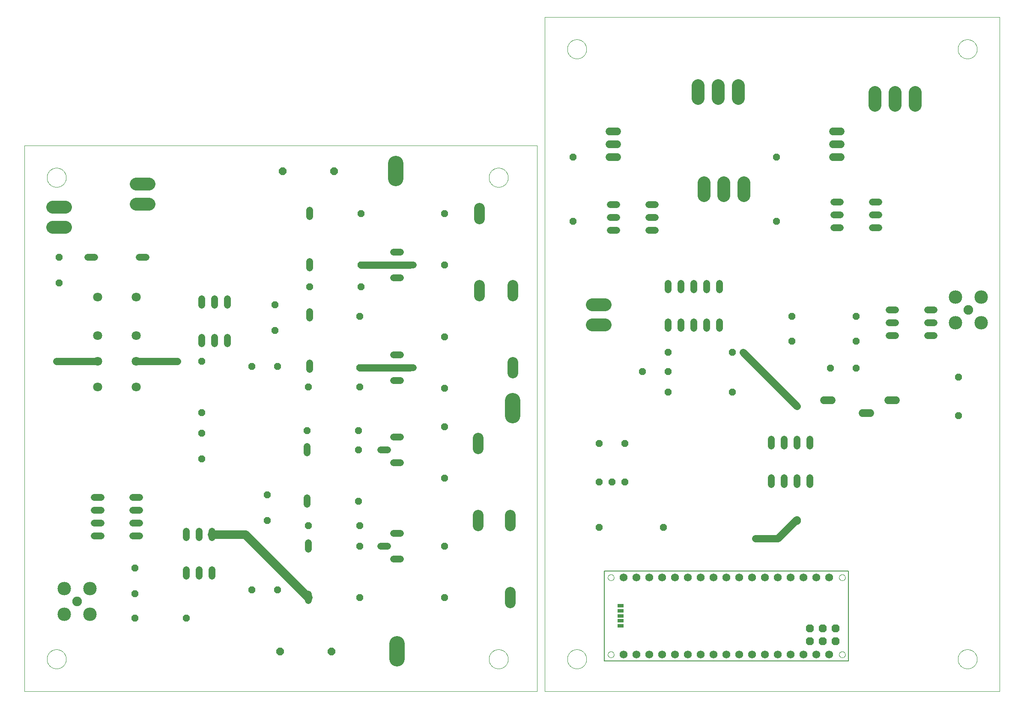
<source format=gtl>
G75*
%MOIN*%
%OFA0B0*%
%FSLAX25Y25*%
%IPPOS*%
%LPD*%
%AMOC8*
5,1,8,0,0,1.08239X$1,22.5*
%
%ADD10C,0.00000*%
%ADD11C,0.10039*%
%ADD12C,0.07500*%
%ADD13C,0.10500*%
%ADD14C,0.11850*%
%ADD15OC8,0.05200*%
%ADD16C,0.05200*%
%ADD17C,0.07087*%
%ADD18C,0.08250*%
%ADD19OC8,0.06000*%
%ADD20C,0.06200*%
%ADD21C,0.00500*%
%ADD22R,0.05000X0.02500*%
%ADD23OC8,0.06200*%
%ADD24OC8,0.05600*%
%ADD25C,0.06000*%
%ADD26C,0.05600*%
%ADD27R,0.03962X0.03962*%
%ADD28C,0.06600*%
D10*
X0001000Y0001800D02*
X0001000Y0426800D01*
X0400000Y0426800D01*
X0400000Y0001800D01*
X0001000Y0001800D01*
X0018525Y0026800D02*
X0018527Y0026983D01*
X0018534Y0027167D01*
X0018545Y0027350D01*
X0018561Y0027533D01*
X0018581Y0027715D01*
X0018606Y0027897D01*
X0018635Y0028078D01*
X0018669Y0028258D01*
X0018707Y0028438D01*
X0018749Y0028616D01*
X0018796Y0028794D01*
X0018847Y0028970D01*
X0018902Y0029145D01*
X0018962Y0029318D01*
X0019026Y0029490D01*
X0019094Y0029661D01*
X0019166Y0029829D01*
X0019243Y0029996D01*
X0019323Y0030161D01*
X0019408Y0030324D01*
X0019496Y0030484D01*
X0019588Y0030643D01*
X0019685Y0030799D01*
X0019785Y0030953D01*
X0019889Y0031104D01*
X0019996Y0031253D01*
X0020107Y0031399D01*
X0020222Y0031542D01*
X0020340Y0031682D01*
X0020461Y0031820D01*
X0020586Y0031954D01*
X0020714Y0032086D01*
X0020846Y0032214D01*
X0020980Y0032339D01*
X0021118Y0032460D01*
X0021258Y0032578D01*
X0021401Y0032693D01*
X0021547Y0032804D01*
X0021696Y0032911D01*
X0021847Y0033015D01*
X0022001Y0033115D01*
X0022157Y0033212D01*
X0022316Y0033304D01*
X0022476Y0033392D01*
X0022639Y0033477D01*
X0022804Y0033557D01*
X0022971Y0033634D01*
X0023139Y0033706D01*
X0023310Y0033774D01*
X0023482Y0033838D01*
X0023655Y0033898D01*
X0023830Y0033953D01*
X0024006Y0034004D01*
X0024184Y0034051D01*
X0024362Y0034093D01*
X0024542Y0034131D01*
X0024722Y0034165D01*
X0024903Y0034194D01*
X0025085Y0034219D01*
X0025267Y0034239D01*
X0025450Y0034255D01*
X0025633Y0034266D01*
X0025817Y0034273D01*
X0026000Y0034275D01*
X0026183Y0034273D01*
X0026367Y0034266D01*
X0026550Y0034255D01*
X0026733Y0034239D01*
X0026915Y0034219D01*
X0027097Y0034194D01*
X0027278Y0034165D01*
X0027458Y0034131D01*
X0027638Y0034093D01*
X0027816Y0034051D01*
X0027994Y0034004D01*
X0028170Y0033953D01*
X0028345Y0033898D01*
X0028518Y0033838D01*
X0028690Y0033774D01*
X0028861Y0033706D01*
X0029029Y0033634D01*
X0029196Y0033557D01*
X0029361Y0033477D01*
X0029524Y0033392D01*
X0029684Y0033304D01*
X0029843Y0033212D01*
X0029999Y0033115D01*
X0030153Y0033015D01*
X0030304Y0032911D01*
X0030453Y0032804D01*
X0030599Y0032693D01*
X0030742Y0032578D01*
X0030882Y0032460D01*
X0031020Y0032339D01*
X0031154Y0032214D01*
X0031286Y0032086D01*
X0031414Y0031954D01*
X0031539Y0031820D01*
X0031660Y0031682D01*
X0031778Y0031542D01*
X0031893Y0031399D01*
X0032004Y0031253D01*
X0032111Y0031104D01*
X0032215Y0030953D01*
X0032315Y0030799D01*
X0032412Y0030643D01*
X0032504Y0030484D01*
X0032592Y0030324D01*
X0032677Y0030161D01*
X0032757Y0029996D01*
X0032834Y0029829D01*
X0032906Y0029661D01*
X0032974Y0029490D01*
X0033038Y0029318D01*
X0033098Y0029145D01*
X0033153Y0028970D01*
X0033204Y0028794D01*
X0033251Y0028616D01*
X0033293Y0028438D01*
X0033331Y0028258D01*
X0033365Y0028078D01*
X0033394Y0027897D01*
X0033419Y0027715D01*
X0033439Y0027533D01*
X0033455Y0027350D01*
X0033466Y0027167D01*
X0033473Y0026983D01*
X0033475Y0026800D01*
X0033473Y0026617D01*
X0033466Y0026433D01*
X0033455Y0026250D01*
X0033439Y0026067D01*
X0033419Y0025885D01*
X0033394Y0025703D01*
X0033365Y0025522D01*
X0033331Y0025342D01*
X0033293Y0025162D01*
X0033251Y0024984D01*
X0033204Y0024806D01*
X0033153Y0024630D01*
X0033098Y0024455D01*
X0033038Y0024282D01*
X0032974Y0024110D01*
X0032906Y0023939D01*
X0032834Y0023771D01*
X0032757Y0023604D01*
X0032677Y0023439D01*
X0032592Y0023276D01*
X0032504Y0023116D01*
X0032412Y0022957D01*
X0032315Y0022801D01*
X0032215Y0022647D01*
X0032111Y0022496D01*
X0032004Y0022347D01*
X0031893Y0022201D01*
X0031778Y0022058D01*
X0031660Y0021918D01*
X0031539Y0021780D01*
X0031414Y0021646D01*
X0031286Y0021514D01*
X0031154Y0021386D01*
X0031020Y0021261D01*
X0030882Y0021140D01*
X0030742Y0021022D01*
X0030599Y0020907D01*
X0030453Y0020796D01*
X0030304Y0020689D01*
X0030153Y0020585D01*
X0029999Y0020485D01*
X0029843Y0020388D01*
X0029684Y0020296D01*
X0029524Y0020208D01*
X0029361Y0020123D01*
X0029196Y0020043D01*
X0029029Y0019966D01*
X0028861Y0019894D01*
X0028690Y0019826D01*
X0028518Y0019762D01*
X0028345Y0019702D01*
X0028170Y0019647D01*
X0027994Y0019596D01*
X0027816Y0019549D01*
X0027638Y0019507D01*
X0027458Y0019469D01*
X0027278Y0019435D01*
X0027097Y0019406D01*
X0026915Y0019381D01*
X0026733Y0019361D01*
X0026550Y0019345D01*
X0026367Y0019334D01*
X0026183Y0019327D01*
X0026000Y0019325D01*
X0025817Y0019327D01*
X0025633Y0019334D01*
X0025450Y0019345D01*
X0025267Y0019361D01*
X0025085Y0019381D01*
X0024903Y0019406D01*
X0024722Y0019435D01*
X0024542Y0019469D01*
X0024362Y0019507D01*
X0024184Y0019549D01*
X0024006Y0019596D01*
X0023830Y0019647D01*
X0023655Y0019702D01*
X0023482Y0019762D01*
X0023310Y0019826D01*
X0023139Y0019894D01*
X0022971Y0019966D01*
X0022804Y0020043D01*
X0022639Y0020123D01*
X0022476Y0020208D01*
X0022316Y0020296D01*
X0022157Y0020388D01*
X0022001Y0020485D01*
X0021847Y0020585D01*
X0021696Y0020689D01*
X0021547Y0020796D01*
X0021401Y0020907D01*
X0021258Y0021022D01*
X0021118Y0021140D01*
X0020980Y0021261D01*
X0020846Y0021386D01*
X0020714Y0021514D01*
X0020586Y0021646D01*
X0020461Y0021780D01*
X0020340Y0021918D01*
X0020222Y0022058D01*
X0020107Y0022201D01*
X0019996Y0022347D01*
X0019889Y0022496D01*
X0019785Y0022647D01*
X0019685Y0022801D01*
X0019588Y0022957D01*
X0019496Y0023116D01*
X0019408Y0023276D01*
X0019323Y0023439D01*
X0019243Y0023604D01*
X0019166Y0023771D01*
X0019094Y0023939D01*
X0019026Y0024110D01*
X0018962Y0024282D01*
X0018902Y0024455D01*
X0018847Y0024630D01*
X0018796Y0024806D01*
X0018749Y0024984D01*
X0018707Y0025162D01*
X0018669Y0025342D01*
X0018635Y0025522D01*
X0018606Y0025703D01*
X0018581Y0025885D01*
X0018561Y0026067D01*
X0018545Y0026250D01*
X0018534Y0026433D01*
X0018527Y0026617D01*
X0018525Y0026800D01*
X0362525Y0026800D02*
X0362527Y0026983D01*
X0362534Y0027167D01*
X0362545Y0027350D01*
X0362561Y0027533D01*
X0362581Y0027715D01*
X0362606Y0027897D01*
X0362635Y0028078D01*
X0362669Y0028258D01*
X0362707Y0028438D01*
X0362749Y0028616D01*
X0362796Y0028794D01*
X0362847Y0028970D01*
X0362902Y0029145D01*
X0362962Y0029318D01*
X0363026Y0029490D01*
X0363094Y0029661D01*
X0363166Y0029829D01*
X0363243Y0029996D01*
X0363323Y0030161D01*
X0363408Y0030324D01*
X0363496Y0030484D01*
X0363588Y0030643D01*
X0363685Y0030799D01*
X0363785Y0030953D01*
X0363889Y0031104D01*
X0363996Y0031253D01*
X0364107Y0031399D01*
X0364222Y0031542D01*
X0364340Y0031682D01*
X0364461Y0031820D01*
X0364586Y0031954D01*
X0364714Y0032086D01*
X0364846Y0032214D01*
X0364980Y0032339D01*
X0365118Y0032460D01*
X0365258Y0032578D01*
X0365401Y0032693D01*
X0365547Y0032804D01*
X0365696Y0032911D01*
X0365847Y0033015D01*
X0366001Y0033115D01*
X0366157Y0033212D01*
X0366316Y0033304D01*
X0366476Y0033392D01*
X0366639Y0033477D01*
X0366804Y0033557D01*
X0366971Y0033634D01*
X0367139Y0033706D01*
X0367310Y0033774D01*
X0367482Y0033838D01*
X0367655Y0033898D01*
X0367830Y0033953D01*
X0368006Y0034004D01*
X0368184Y0034051D01*
X0368362Y0034093D01*
X0368542Y0034131D01*
X0368722Y0034165D01*
X0368903Y0034194D01*
X0369085Y0034219D01*
X0369267Y0034239D01*
X0369450Y0034255D01*
X0369633Y0034266D01*
X0369817Y0034273D01*
X0370000Y0034275D01*
X0370183Y0034273D01*
X0370367Y0034266D01*
X0370550Y0034255D01*
X0370733Y0034239D01*
X0370915Y0034219D01*
X0371097Y0034194D01*
X0371278Y0034165D01*
X0371458Y0034131D01*
X0371638Y0034093D01*
X0371816Y0034051D01*
X0371994Y0034004D01*
X0372170Y0033953D01*
X0372345Y0033898D01*
X0372518Y0033838D01*
X0372690Y0033774D01*
X0372861Y0033706D01*
X0373029Y0033634D01*
X0373196Y0033557D01*
X0373361Y0033477D01*
X0373524Y0033392D01*
X0373684Y0033304D01*
X0373843Y0033212D01*
X0373999Y0033115D01*
X0374153Y0033015D01*
X0374304Y0032911D01*
X0374453Y0032804D01*
X0374599Y0032693D01*
X0374742Y0032578D01*
X0374882Y0032460D01*
X0375020Y0032339D01*
X0375154Y0032214D01*
X0375286Y0032086D01*
X0375414Y0031954D01*
X0375539Y0031820D01*
X0375660Y0031682D01*
X0375778Y0031542D01*
X0375893Y0031399D01*
X0376004Y0031253D01*
X0376111Y0031104D01*
X0376215Y0030953D01*
X0376315Y0030799D01*
X0376412Y0030643D01*
X0376504Y0030484D01*
X0376592Y0030324D01*
X0376677Y0030161D01*
X0376757Y0029996D01*
X0376834Y0029829D01*
X0376906Y0029661D01*
X0376974Y0029490D01*
X0377038Y0029318D01*
X0377098Y0029145D01*
X0377153Y0028970D01*
X0377204Y0028794D01*
X0377251Y0028616D01*
X0377293Y0028438D01*
X0377331Y0028258D01*
X0377365Y0028078D01*
X0377394Y0027897D01*
X0377419Y0027715D01*
X0377439Y0027533D01*
X0377455Y0027350D01*
X0377466Y0027167D01*
X0377473Y0026983D01*
X0377475Y0026800D01*
X0377473Y0026617D01*
X0377466Y0026433D01*
X0377455Y0026250D01*
X0377439Y0026067D01*
X0377419Y0025885D01*
X0377394Y0025703D01*
X0377365Y0025522D01*
X0377331Y0025342D01*
X0377293Y0025162D01*
X0377251Y0024984D01*
X0377204Y0024806D01*
X0377153Y0024630D01*
X0377098Y0024455D01*
X0377038Y0024282D01*
X0376974Y0024110D01*
X0376906Y0023939D01*
X0376834Y0023771D01*
X0376757Y0023604D01*
X0376677Y0023439D01*
X0376592Y0023276D01*
X0376504Y0023116D01*
X0376412Y0022957D01*
X0376315Y0022801D01*
X0376215Y0022647D01*
X0376111Y0022496D01*
X0376004Y0022347D01*
X0375893Y0022201D01*
X0375778Y0022058D01*
X0375660Y0021918D01*
X0375539Y0021780D01*
X0375414Y0021646D01*
X0375286Y0021514D01*
X0375154Y0021386D01*
X0375020Y0021261D01*
X0374882Y0021140D01*
X0374742Y0021022D01*
X0374599Y0020907D01*
X0374453Y0020796D01*
X0374304Y0020689D01*
X0374153Y0020585D01*
X0373999Y0020485D01*
X0373843Y0020388D01*
X0373684Y0020296D01*
X0373524Y0020208D01*
X0373361Y0020123D01*
X0373196Y0020043D01*
X0373029Y0019966D01*
X0372861Y0019894D01*
X0372690Y0019826D01*
X0372518Y0019762D01*
X0372345Y0019702D01*
X0372170Y0019647D01*
X0371994Y0019596D01*
X0371816Y0019549D01*
X0371638Y0019507D01*
X0371458Y0019469D01*
X0371278Y0019435D01*
X0371097Y0019406D01*
X0370915Y0019381D01*
X0370733Y0019361D01*
X0370550Y0019345D01*
X0370367Y0019334D01*
X0370183Y0019327D01*
X0370000Y0019325D01*
X0369817Y0019327D01*
X0369633Y0019334D01*
X0369450Y0019345D01*
X0369267Y0019361D01*
X0369085Y0019381D01*
X0368903Y0019406D01*
X0368722Y0019435D01*
X0368542Y0019469D01*
X0368362Y0019507D01*
X0368184Y0019549D01*
X0368006Y0019596D01*
X0367830Y0019647D01*
X0367655Y0019702D01*
X0367482Y0019762D01*
X0367310Y0019826D01*
X0367139Y0019894D01*
X0366971Y0019966D01*
X0366804Y0020043D01*
X0366639Y0020123D01*
X0366476Y0020208D01*
X0366316Y0020296D01*
X0366157Y0020388D01*
X0366001Y0020485D01*
X0365847Y0020585D01*
X0365696Y0020689D01*
X0365547Y0020796D01*
X0365401Y0020907D01*
X0365258Y0021022D01*
X0365118Y0021140D01*
X0364980Y0021261D01*
X0364846Y0021386D01*
X0364714Y0021514D01*
X0364586Y0021646D01*
X0364461Y0021780D01*
X0364340Y0021918D01*
X0364222Y0022058D01*
X0364107Y0022201D01*
X0363996Y0022347D01*
X0363889Y0022496D01*
X0363785Y0022647D01*
X0363685Y0022801D01*
X0363588Y0022957D01*
X0363496Y0023116D01*
X0363408Y0023276D01*
X0363323Y0023439D01*
X0363243Y0023604D01*
X0363166Y0023771D01*
X0363094Y0023939D01*
X0363026Y0024110D01*
X0362962Y0024282D01*
X0362902Y0024455D01*
X0362847Y0024630D01*
X0362796Y0024806D01*
X0362749Y0024984D01*
X0362707Y0025162D01*
X0362669Y0025342D01*
X0362635Y0025522D01*
X0362606Y0025703D01*
X0362581Y0025885D01*
X0362561Y0026067D01*
X0362545Y0026250D01*
X0362534Y0026433D01*
X0362527Y0026617D01*
X0362525Y0026800D01*
X0406000Y0001800D02*
X0406000Y0526800D01*
X0760000Y0526800D01*
X0760000Y0001800D01*
X0406000Y0001800D01*
X0423525Y0026800D02*
X0423527Y0026983D01*
X0423534Y0027167D01*
X0423545Y0027350D01*
X0423561Y0027533D01*
X0423581Y0027715D01*
X0423606Y0027897D01*
X0423635Y0028078D01*
X0423669Y0028258D01*
X0423707Y0028438D01*
X0423749Y0028616D01*
X0423796Y0028794D01*
X0423847Y0028970D01*
X0423902Y0029145D01*
X0423962Y0029318D01*
X0424026Y0029490D01*
X0424094Y0029661D01*
X0424166Y0029829D01*
X0424243Y0029996D01*
X0424323Y0030161D01*
X0424408Y0030324D01*
X0424496Y0030484D01*
X0424588Y0030643D01*
X0424685Y0030799D01*
X0424785Y0030953D01*
X0424889Y0031104D01*
X0424996Y0031253D01*
X0425107Y0031399D01*
X0425222Y0031542D01*
X0425340Y0031682D01*
X0425461Y0031820D01*
X0425586Y0031954D01*
X0425714Y0032086D01*
X0425846Y0032214D01*
X0425980Y0032339D01*
X0426118Y0032460D01*
X0426258Y0032578D01*
X0426401Y0032693D01*
X0426547Y0032804D01*
X0426696Y0032911D01*
X0426847Y0033015D01*
X0427001Y0033115D01*
X0427157Y0033212D01*
X0427316Y0033304D01*
X0427476Y0033392D01*
X0427639Y0033477D01*
X0427804Y0033557D01*
X0427971Y0033634D01*
X0428139Y0033706D01*
X0428310Y0033774D01*
X0428482Y0033838D01*
X0428655Y0033898D01*
X0428830Y0033953D01*
X0429006Y0034004D01*
X0429184Y0034051D01*
X0429362Y0034093D01*
X0429542Y0034131D01*
X0429722Y0034165D01*
X0429903Y0034194D01*
X0430085Y0034219D01*
X0430267Y0034239D01*
X0430450Y0034255D01*
X0430633Y0034266D01*
X0430817Y0034273D01*
X0431000Y0034275D01*
X0431183Y0034273D01*
X0431367Y0034266D01*
X0431550Y0034255D01*
X0431733Y0034239D01*
X0431915Y0034219D01*
X0432097Y0034194D01*
X0432278Y0034165D01*
X0432458Y0034131D01*
X0432638Y0034093D01*
X0432816Y0034051D01*
X0432994Y0034004D01*
X0433170Y0033953D01*
X0433345Y0033898D01*
X0433518Y0033838D01*
X0433690Y0033774D01*
X0433861Y0033706D01*
X0434029Y0033634D01*
X0434196Y0033557D01*
X0434361Y0033477D01*
X0434524Y0033392D01*
X0434684Y0033304D01*
X0434843Y0033212D01*
X0434999Y0033115D01*
X0435153Y0033015D01*
X0435304Y0032911D01*
X0435453Y0032804D01*
X0435599Y0032693D01*
X0435742Y0032578D01*
X0435882Y0032460D01*
X0436020Y0032339D01*
X0436154Y0032214D01*
X0436286Y0032086D01*
X0436414Y0031954D01*
X0436539Y0031820D01*
X0436660Y0031682D01*
X0436778Y0031542D01*
X0436893Y0031399D01*
X0437004Y0031253D01*
X0437111Y0031104D01*
X0437215Y0030953D01*
X0437315Y0030799D01*
X0437412Y0030643D01*
X0437504Y0030484D01*
X0437592Y0030324D01*
X0437677Y0030161D01*
X0437757Y0029996D01*
X0437834Y0029829D01*
X0437906Y0029661D01*
X0437974Y0029490D01*
X0438038Y0029318D01*
X0438098Y0029145D01*
X0438153Y0028970D01*
X0438204Y0028794D01*
X0438251Y0028616D01*
X0438293Y0028438D01*
X0438331Y0028258D01*
X0438365Y0028078D01*
X0438394Y0027897D01*
X0438419Y0027715D01*
X0438439Y0027533D01*
X0438455Y0027350D01*
X0438466Y0027167D01*
X0438473Y0026983D01*
X0438475Y0026800D01*
X0438473Y0026617D01*
X0438466Y0026433D01*
X0438455Y0026250D01*
X0438439Y0026067D01*
X0438419Y0025885D01*
X0438394Y0025703D01*
X0438365Y0025522D01*
X0438331Y0025342D01*
X0438293Y0025162D01*
X0438251Y0024984D01*
X0438204Y0024806D01*
X0438153Y0024630D01*
X0438098Y0024455D01*
X0438038Y0024282D01*
X0437974Y0024110D01*
X0437906Y0023939D01*
X0437834Y0023771D01*
X0437757Y0023604D01*
X0437677Y0023439D01*
X0437592Y0023276D01*
X0437504Y0023116D01*
X0437412Y0022957D01*
X0437315Y0022801D01*
X0437215Y0022647D01*
X0437111Y0022496D01*
X0437004Y0022347D01*
X0436893Y0022201D01*
X0436778Y0022058D01*
X0436660Y0021918D01*
X0436539Y0021780D01*
X0436414Y0021646D01*
X0436286Y0021514D01*
X0436154Y0021386D01*
X0436020Y0021261D01*
X0435882Y0021140D01*
X0435742Y0021022D01*
X0435599Y0020907D01*
X0435453Y0020796D01*
X0435304Y0020689D01*
X0435153Y0020585D01*
X0434999Y0020485D01*
X0434843Y0020388D01*
X0434684Y0020296D01*
X0434524Y0020208D01*
X0434361Y0020123D01*
X0434196Y0020043D01*
X0434029Y0019966D01*
X0433861Y0019894D01*
X0433690Y0019826D01*
X0433518Y0019762D01*
X0433345Y0019702D01*
X0433170Y0019647D01*
X0432994Y0019596D01*
X0432816Y0019549D01*
X0432638Y0019507D01*
X0432458Y0019469D01*
X0432278Y0019435D01*
X0432097Y0019406D01*
X0431915Y0019381D01*
X0431733Y0019361D01*
X0431550Y0019345D01*
X0431367Y0019334D01*
X0431183Y0019327D01*
X0431000Y0019325D01*
X0430817Y0019327D01*
X0430633Y0019334D01*
X0430450Y0019345D01*
X0430267Y0019361D01*
X0430085Y0019381D01*
X0429903Y0019406D01*
X0429722Y0019435D01*
X0429542Y0019469D01*
X0429362Y0019507D01*
X0429184Y0019549D01*
X0429006Y0019596D01*
X0428830Y0019647D01*
X0428655Y0019702D01*
X0428482Y0019762D01*
X0428310Y0019826D01*
X0428139Y0019894D01*
X0427971Y0019966D01*
X0427804Y0020043D01*
X0427639Y0020123D01*
X0427476Y0020208D01*
X0427316Y0020296D01*
X0427157Y0020388D01*
X0427001Y0020485D01*
X0426847Y0020585D01*
X0426696Y0020689D01*
X0426547Y0020796D01*
X0426401Y0020907D01*
X0426258Y0021022D01*
X0426118Y0021140D01*
X0425980Y0021261D01*
X0425846Y0021386D01*
X0425714Y0021514D01*
X0425586Y0021646D01*
X0425461Y0021780D01*
X0425340Y0021918D01*
X0425222Y0022058D01*
X0425107Y0022201D01*
X0424996Y0022347D01*
X0424889Y0022496D01*
X0424785Y0022647D01*
X0424685Y0022801D01*
X0424588Y0022957D01*
X0424496Y0023116D01*
X0424408Y0023276D01*
X0424323Y0023439D01*
X0424243Y0023604D01*
X0424166Y0023771D01*
X0424094Y0023939D01*
X0424026Y0024110D01*
X0423962Y0024282D01*
X0423902Y0024455D01*
X0423847Y0024630D01*
X0423796Y0024806D01*
X0423749Y0024984D01*
X0423707Y0025162D01*
X0423669Y0025342D01*
X0423635Y0025522D01*
X0423606Y0025703D01*
X0423581Y0025885D01*
X0423561Y0026067D01*
X0423545Y0026250D01*
X0423534Y0026433D01*
X0423527Y0026617D01*
X0423525Y0026800D01*
X0455138Y0030300D02*
X0455140Y0030397D01*
X0455146Y0030494D01*
X0455156Y0030590D01*
X0455170Y0030686D01*
X0455188Y0030782D01*
X0455209Y0030876D01*
X0455235Y0030970D01*
X0455264Y0031062D01*
X0455298Y0031153D01*
X0455334Y0031243D01*
X0455375Y0031331D01*
X0455419Y0031417D01*
X0455467Y0031502D01*
X0455518Y0031584D01*
X0455572Y0031665D01*
X0455630Y0031743D01*
X0455691Y0031818D01*
X0455754Y0031891D01*
X0455821Y0031962D01*
X0455891Y0032029D01*
X0455963Y0032094D01*
X0456038Y0032155D01*
X0456116Y0032214D01*
X0456195Y0032269D01*
X0456277Y0032321D01*
X0456361Y0032369D01*
X0456447Y0032414D01*
X0456535Y0032456D01*
X0456624Y0032494D01*
X0456715Y0032528D01*
X0456807Y0032558D01*
X0456900Y0032585D01*
X0456995Y0032607D01*
X0457090Y0032626D01*
X0457186Y0032641D01*
X0457282Y0032652D01*
X0457379Y0032659D01*
X0457476Y0032662D01*
X0457573Y0032661D01*
X0457670Y0032656D01*
X0457766Y0032647D01*
X0457862Y0032634D01*
X0457958Y0032617D01*
X0458053Y0032596D01*
X0458146Y0032572D01*
X0458239Y0032543D01*
X0458331Y0032511D01*
X0458421Y0032475D01*
X0458509Y0032436D01*
X0458596Y0032392D01*
X0458681Y0032346D01*
X0458764Y0032295D01*
X0458845Y0032242D01*
X0458923Y0032185D01*
X0459000Y0032125D01*
X0459073Y0032062D01*
X0459144Y0031996D01*
X0459212Y0031927D01*
X0459278Y0031855D01*
X0459340Y0031781D01*
X0459399Y0031704D01*
X0459455Y0031625D01*
X0459508Y0031543D01*
X0459558Y0031460D01*
X0459603Y0031374D01*
X0459646Y0031287D01*
X0459685Y0031198D01*
X0459720Y0031108D01*
X0459751Y0031016D01*
X0459778Y0030923D01*
X0459802Y0030829D01*
X0459822Y0030734D01*
X0459838Y0030638D01*
X0459850Y0030542D01*
X0459858Y0030445D01*
X0459862Y0030348D01*
X0459862Y0030252D01*
X0459858Y0030155D01*
X0459850Y0030058D01*
X0459838Y0029962D01*
X0459822Y0029866D01*
X0459802Y0029771D01*
X0459778Y0029677D01*
X0459751Y0029584D01*
X0459720Y0029492D01*
X0459685Y0029402D01*
X0459646Y0029313D01*
X0459603Y0029226D01*
X0459558Y0029140D01*
X0459508Y0029057D01*
X0459455Y0028975D01*
X0459399Y0028896D01*
X0459340Y0028819D01*
X0459278Y0028745D01*
X0459212Y0028673D01*
X0459144Y0028604D01*
X0459073Y0028538D01*
X0459000Y0028475D01*
X0458923Y0028415D01*
X0458845Y0028358D01*
X0458764Y0028305D01*
X0458681Y0028254D01*
X0458596Y0028208D01*
X0458509Y0028164D01*
X0458421Y0028125D01*
X0458331Y0028089D01*
X0458239Y0028057D01*
X0458146Y0028028D01*
X0458053Y0028004D01*
X0457958Y0027983D01*
X0457862Y0027966D01*
X0457766Y0027953D01*
X0457670Y0027944D01*
X0457573Y0027939D01*
X0457476Y0027938D01*
X0457379Y0027941D01*
X0457282Y0027948D01*
X0457186Y0027959D01*
X0457090Y0027974D01*
X0456995Y0027993D01*
X0456900Y0028015D01*
X0456807Y0028042D01*
X0456715Y0028072D01*
X0456624Y0028106D01*
X0456535Y0028144D01*
X0456447Y0028186D01*
X0456361Y0028231D01*
X0456277Y0028279D01*
X0456195Y0028331D01*
X0456116Y0028386D01*
X0456038Y0028445D01*
X0455963Y0028506D01*
X0455891Y0028571D01*
X0455821Y0028638D01*
X0455754Y0028709D01*
X0455691Y0028782D01*
X0455630Y0028857D01*
X0455572Y0028935D01*
X0455518Y0029016D01*
X0455467Y0029098D01*
X0455419Y0029183D01*
X0455375Y0029269D01*
X0455334Y0029357D01*
X0455298Y0029447D01*
X0455264Y0029538D01*
X0455235Y0029630D01*
X0455209Y0029724D01*
X0455188Y0029818D01*
X0455170Y0029914D01*
X0455156Y0030010D01*
X0455146Y0030106D01*
X0455140Y0030203D01*
X0455138Y0030300D01*
X0455138Y0090300D02*
X0455140Y0090397D01*
X0455146Y0090494D01*
X0455156Y0090590D01*
X0455170Y0090686D01*
X0455188Y0090782D01*
X0455209Y0090876D01*
X0455235Y0090970D01*
X0455264Y0091062D01*
X0455298Y0091153D01*
X0455334Y0091243D01*
X0455375Y0091331D01*
X0455419Y0091417D01*
X0455467Y0091502D01*
X0455518Y0091584D01*
X0455572Y0091665D01*
X0455630Y0091743D01*
X0455691Y0091818D01*
X0455754Y0091891D01*
X0455821Y0091962D01*
X0455891Y0092029D01*
X0455963Y0092094D01*
X0456038Y0092155D01*
X0456116Y0092214D01*
X0456195Y0092269D01*
X0456277Y0092321D01*
X0456361Y0092369D01*
X0456447Y0092414D01*
X0456535Y0092456D01*
X0456624Y0092494D01*
X0456715Y0092528D01*
X0456807Y0092558D01*
X0456900Y0092585D01*
X0456995Y0092607D01*
X0457090Y0092626D01*
X0457186Y0092641D01*
X0457282Y0092652D01*
X0457379Y0092659D01*
X0457476Y0092662D01*
X0457573Y0092661D01*
X0457670Y0092656D01*
X0457766Y0092647D01*
X0457862Y0092634D01*
X0457958Y0092617D01*
X0458053Y0092596D01*
X0458146Y0092572D01*
X0458239Y0092543D01*
X0458331Y0092511D01*
X0458421Y0092475D01*
X0458509Y0092436D01*
X0458596Y0092392D01*
X0458681Y0092346D01*
X0458764Y0092295D01*
X0458845Y0092242D01*
X0458923Y0092185D01*
X0459000Y0092125D01*
X0459073Y0092062D01*
X0459144Y0091996D01*
X0459212Y0091927D01*
X0459278Y0091855D01*
X0459340Y0091781D01*
X0459399Y0091704D01*
X0459455Y0091625D01*
X0459508Y0091543D01*
X0459558Y0091460D01*
X0459603Y0091374D01*
X0459646Y0091287D01*
X0459685Y0091198D01*
X0459720Y0091108D01*
X0459751Y0091016D01*
X0459778Y0090923D01*
X0459802Y0090829D01*
X0459822Y0090734D01*
X0459838Y0090638D01*
X0459850Y0090542D01*
X0459858Y0090445D01*
X0459862Y0090348D01*
X0459862Y0090252D01*
X0459858Y0090155D01*
X0459850Y0090058D01*
X0459838Y0089962D01*
X0459822Y0089866D01*
X0459802Y0089771D01*
X0459778Y0089677D01*
X0459751Y0089584D01*
X0459720Y0089492D01*
X0459685Y0089402D01*
X0459646Y0089313D01*
X0459603Y0089226D01*
X0459558Y0089140D01*
X0459508Y0089057D01*
X0459455Y0088975D01*
X0459399Y0088896D01*
X0459340Y0088819D01*
X0459278Y0088745D01*
X0459212Y0088673D01*
X0459144Y0088604D01*
X0459073Y0088538D01*
X0459000Y0088475D01*
X0458923Y0088415D01*
X0458845Y0088358D01*
X0458764Y0088305D01*
X0458681Y0088254D01*
X0458596Y0088208D01*
X0458509Y0088164D01*
X0458421Y0088125D01*
X0458331Y0088089D01*
X0458239Y0088057D01*
X0458146Y0088028D01*
X0458053Y0088004D01*
X0457958Y0087983D01*
X0457862Y0087966D01*
X0457766Y0087953D01*
X0457670Y0087944D01*
X0457573Y0087939D01*
X0457476Y0087938D01*
X0457379Y0087941D01*
X0457282Y0087948D01*
X0457186Y0087959D01*
X0457090Y0087974D01*
X0456995Y0087993D01*
X0456900Y0088015D01*
X0456807Y0088042D01*
X0456715Y0088072D01*
X0456624Y0088106D01*
X0456535Y0088144D01*
X0456447Y0088186D01*
X0456361Y0088231D01*
X0456277Y0088279D01*
X0456195Y0088331D01*
X0456116Y0088386D01*
X0456038Y0088445D01*
X0455963Y0088506D01*
X0455891Y0088571D01*
X0455821Y0088638D01*
X0455754Y0088709D01*
X0455691Y0088782D01*
X0455630Y0088857D01*
X0455572Y0088935D01*
X0455518Y0089016D01*
X0455467Y0089098D01*
X0455419Y0089183D01*
X0455375Y0089269D01*
X0455334Y0089357D01*
X0455298Y0089447D01*
X0455264Y0089538D01*
X0455235Y0089630D01*
X0455209Y0089724D01*
X0455188Y0089818D01*
X0455170Y0089914D01*
X0455156Y0090010D01*
X0455146Y0090106D01*
X0455140Y0090203D01*
X0455138Y0090300D01*
X0635138Y0090300D02*
X0635140Y0090397D01*
X0635146Y0090494D01*
X0635156Y0090590D01*
X0635170Y0090686D01*
X0635188Y0090782D01*
X0635209Y0090876D01*
X0635235Y0090970D01*
X0635264Y0091062D01*
X0635298Y0091153D01*
X0635334Y0091243D01*
X0635375Y0091331D01*
X0635419Y0091417D01*
X0635467Y0091502D01*
X0635518Y0091584D01*
X0635572Y0091665D01*
X0635630Y0091743D01*
X0635691Y0091818D01*
X0635754Y0091891D01*
X0635821Y0091962D01*
X0635891Y0092029D01*
X0635963Y0092094D01*
X0636038Y0092155D01*
X0636116Y0092214D01*
X0636195Y0092269D01*
X0636277Y0092321D01*
X0636361Y0092369D01*
X0636447Y0092414D01*
X0636535Y0092456D01*
X0636624Y0092494D01*
X0636715Y0092528D01*
X0636807Y0092558D01*
X0636900Y0092585D01*
X0636995Y0092607D01*
X0637090Y0092626D01*
X0637186Y0092641D01*
X0637282Y0092652D01*
X0637379Y0092659D01*
X0637476Y0092662D01*
X0637573Y0092661D01*
X0637670Y0092656D01*
X0637766Y0092647D01*
X0637862Y0092634D01*
X0637958Y0092617D01*
X0638053Y0092596D01*
X0638146Y0092572D01*
X0638239Y0092543D01*
X0638331Y0092511D01*
X0638421Y0092475D01*
X0638509Y0092436D01*
X0638596Y0092392D01*
X0638681Y0092346D01*
X0638764Y0092295D01*
X0638845Y0092242D01*
X0638923Y0092185D01*
X0639000Y0092125D01*
X0639073Y0092062D01*
X0639144Y0091996D01*
X0639212Y0091927D01*
X0639278Y0091855D01*
X0639340Y0091781D01*
X0639399Y0091704D01*
X0639455Y0091625D01*
X0639508Y0091543D01*
X0639558Y0091460D01*
X0639603Y0091374D01*
X0639646Y0091287D01*
X0639685Y0091198D01*
X0639720Y0091108D01*
X0639751Y0091016D01*
X0639778Y0090923D01*
X0639802Y0090829D01*
X0639822Y0090734D01*
X0639838Y0090638D01*
X0639850Y0090542D01*
X0639858Y0090445D01*
X0639862Y0090348D01*
X0639862Y0090252D01*
X0639858Y0090155D01*
X0639850Y0090058D01*
X0639838Y0089962D01*
X0639822Y0089866D01*
X0639802Y0089771D01*
X0639778Y0089677D01*
X0639751Y0089584D01*
X0639720Y0089492D01*
X0639685Y0089402D01*
X0639646Y0089313D01*
X0639603Y0089226D01*
X0639558Y0089140D01*
X0639508Y0089057D01*
X0639455Y0088975D01*
X0639399Y0088896D01*
X0639340Y0088819D01*
X0639278Y0088745D01*
X0639212Y0088673D01*
X0639144Y0088604D01*
X0639073Y0088538D01*
X0639000Y0088475D01*
X0638923Y0088415D01*
X0638845Y0088358D01*
X0638764Y0088305D01*
X0638681Y0088254D01*
X0638596Y0088208D01*
X0638509Y0088164D01*
X0638421Y0088125D01*
X0638331Y0088089D01*
X0638239Y0088057D01*
X0638146Y0088028D01*
X0638053Y0088004D01*
X0637958Y0087983D01*
X0637862Y0087966D01*
X0637766Y0087953D01*
X0637670Y0087944D01*
X0637573Y0087939D01*
X0637476Y0087938D01*
X0637379Y0087941D01*
X0637282Y0087948D01*
X0637186Y0087959D01*
X0637090Y0087974D01*
X0636995Y0087993D01*
X0636900Y0088015D01*
X0636807Y0088042D01*
X0636715Y0088072D01*
X0636624Y0088106D01*
X0636535Y0088144D01*
X0636447Y0088186D01*
X0636361Y0088231D01*
X0636277Y0088279D01*
X0636195Y0088331D01*
X0636116Y0088386D01*
X0636038Y0088445D01*
X0635963Y0088506D01*
X0635891Y0088571D01*
X0635821Y0088638D01*
X0635754Y0088709D01*
X0635691Y0088782D01*
X0635630Y0088857D01*
X0635572Y0088935D01*
X0635518Y0089016D01*
X0635467Y0089098D01*
X0635419Y0089183D01*
X0635375Y0089269D01*
X0635334Y0089357D01*
X0635298Y0089447D01*
X0635264Y0089538D01*
X0635235Y0089630D01*
X0635209Y0089724D01*
X0635188Y0089818D01*
X0635170Y0089914D01*
X0635156Y0090010D01*
X0635146Y0090106D01*
X0635140Y0090203D01*
X0635138Y0090300D01*
X0635138Y0030300D02*
X0635140Y0030397D01*
X0635146Y0030494D01*
X0635156Y0030590D01*
X0635170Y0030686D01*
X0635188Y0030782D01*
X0635209Y0030876D01*
X0635235Y0030970D01*
X0635264Y0031062D01*
X0635298Y0031153D01*
X0635334Y0031243D01*
X0635375Y0031331D01*
X0635419Y0031417D01*
X0635467Y0031502D01*
X0635518Y0031584D01*
X0635572Y0031665D01*
X0635630Y0031743D01*
X0635691Y0031818D01*
X0635754Y0031891D01*
X0635821Y0031962D01*
X0635891Y0032029D01*
X0635963Y0032094D01*
X0636038Y0032155D01*
X0636116Y0032214D01*
X0636195Y0032269D01*
X0636277Y0032321D01*
X0636361Y0032369D01*
X0636447Y0032414D01*
X0636535Y0032456D01*
X0636624Y0032494D01*
X0636715Y0032528D01*
X0636807Y0032558D01*
X0636900Y0032585D01*
X0636995Y0032607D01*
X0637090Y0032626D01*
X0637186Y0032641D01*
X0637282Y0032652D01*
X0637379Y0032659D01*
X0637476Y0032662D01*
X0637573Y0032661D01*
X0637670Y0032656D01*
X0637766Y0032647D01*
X0637862Y0032634D01*
X0637958Y0032617D01*
X0638053Y0032596D01*
X0638146Y0032572D01*
X0638239Y0032543D01*
X0638331Y0032511D01*
X0638421Y0032475D01*
X0638509Y0032436D01*
X0638596Y0032392D01*
X0638681Y0032346D01*
X0638764Y0032295D01*
X0638845Y0032242D01*
X0638923Y0032185D01*
X0639000Y0032125D01*
X0639073Y0032062D01*
X0639144Y0031996D01*
X0639212Y0031927D01*
X0639278Y0031855D01*
X0639340Y0031781D01*
X0639399Y0031704D01*
X0639455Y0031625D01*
X0639508Y0031543D01*
X0639558Y0031460D01*
X0639603Y0031374D01*
X0639646Y0031287D01*
X0639685Y0031198D01*
X0639720Y0031108D01*
X0639751Y0031016D01*
X0639778Y0030923D01*
X0639802Y0030829D01*
X0639822Y0030734D01*
X0639838Y0030638D01*
X0639850Y0030542D01*
X0639858Y0030445D01*
X0639862Y0030348D01*
X0639862Y0030252D01*
X0639858Y0030155D01*
X0639850Y0030058D01*
X0639838Y0029962D01*
X0639822Y0029866D01*
X0639802Y0029771D01*
X0639778Y0029677D01*
X0639751Y0029584D01*
X0639720Y0029492D01*
X0639685Y0029402D01*
X0639646Y0029313D01*
X0639603Y0029226D01*
X0639558Y0029140D01*
X0639508Y0029057D01*
X0639455Y0028975D01*
X0639399Y0028896D01*
X0639340Y0028819D01*
X0639278Y0028745D01*
X0639212Y0028673D01*
X0639144Y0028604D01*
X0639073Y0028538D01*
X0639000Y0028475D01*
X0638923Y0028415D01*
X0638845Y0028358D01*
X0638764Y0028305D01*
X0638681Y0028254D01*
X0638596Y0028208D01*
X0638509Y0028164D01*
X0638421Y0028125D01*
X0638331Y0028089D01*
X0638239Y0028057D01*
X0638146Y0028028D01*
X0638053Y0028004D01*
X0637958Y0027983D01*
X0637862Y0027966D01*
X0637766Y0027953D01*
X0637670Y0027944D01*
X0637573Y0027939D01*
X0637476Y0027938D01*
X0637379Y0027941D01*
X0637282Y0027948D01*
X0637186Y0027959D01*
X0637090Y0027974D01*
X0636995Y0027993D01*
X0636900Y0028015D01*
X0636807Y0028042D01*
X0636715Y0028072D01*
X0636624Y0028106D01*
X0636535Y0028144D01*
X0636447Y0028186D01*
X0636361Y0028231D01*
X0636277Y0028279D01*
X0636195Y0028331D01*
X0636116Y0028386D01*
X0636038Y0028445D01*
X0635963Y0028506D01*
X0635891Y0028571D01*
X0635821Y0028638D01*
X0635754Y0028709D01*
X0635691Y0028782D01*
X0635630Y0028857D01*
X0635572Y0028935D01*
X0635518Y0029016D01*
X0635467Y0029098D01*
X0635419Y0029183D01*
X0635375Y0029269D01*
X0635334Y0029357D01*
X0635298Y0029447D01*
X0635264Y0029538D01*
X0635235Y0029630D01*
X0635209Y0029724D01*
X0635188Y0029818D01*
X0635170Y0029914D01*
X0635156Y0030010D01*
X0635146Y0030106D01*
X0635140Y0030203D01*
X0635138Y0030300D01*
X0727525Y0026800D02*
X0727527Y0026983D01*
X0727534Y0027167D01*
X0727545Y0027350D01*
X0727561Y0027533D01*
X0727581Y0027715D01*
X0727606Y0027897D01*
X0727635Y0028078D01*
X0727669Y0028258D01*
X0727707Y0028438D01*
X0727749Y0028616D01*
X0727796Y0028794D01*
X0727847Y0028970D01*
X0727902Y0029145D01*
X0727962Y0029318D01*
X0728026Y0029490D01*
X0728094Y0029661D01*
X0728166Y0029829D01*
X0728243Y0029996D01*
X0728323Y0030161D01*
X0728408Y0030324D01*
X0728496Y0030484D01*
X0728588Y0030643D01*
X0728685Y0030799D01*
X0728785Y0030953D01*
X0728889Y0031104D01*
X0728996Y0031253D01*
X0729107Y0031399D01*
X0729222Y0031542D01*
X0729340Y0031682D01*
X0729461Y0031820D01*
X0729586Y0031954D01*
X0729714Y0032086D01*
X0729846Y0032214D01*
X0729980Y0032339D01*
X0730118Y0032460D01*
X0730258Y0032578D01*
X0730401Y0032693D01*
X0730547Y0032804D01*
X0730696Y0032911D01*
X0730847Y0033015D01*
X0731001Y0033115D01*
X0731157Y0033212D01*
X0731316Y0033304D01*
X0731476Y0033392D01*
X0731639Y0033477D01*
X0731804Y0033557D01*
X0731971Y0033634D01*
X0732139Y0033706D01*
X0732310Y0033774D01*
X0732482Y0033838D01*
X0732655Y0033898D01*
X0732830Y0033953D01*
X0733006Y0034004D01*
X0733184Y0034051D01*
X0733362Y0034093D01*
X0733542Y0034131D01*
X0733722Y0034165D01*
X0733903Y0034194D01*
X0734085Y0034219D01*
X0734267Y0034239D01*
X0734450Y0034255D01*
X0734633Y0034266D01*
X0734817Y0034273D01*
X0735000Y0034275D01*
X0735183Y0034273D01*
X0735367Y0034266D01*
X0735550Y0034255D01*
X0735733Y0034239D01*
X0735915Y0034219D01*
X0736097Y0034194D01*
X0736278Y0034165D01*
X0736458Y0034131D01*
X0736638Y0034093D01*
X0736816Y0034051D01*
X0736994Y0034004D01*
X0737170Y0033953D01*
X0737345Y0033898D01*
X0737518Y0033838D01*
X0737690Y0033774D01*
X0737861Y0033706D01*
X0738029Y0033634D01*
X0738196Y0033557D01*
X0738361Y0033477D01*
X0738524Y0033392D01*
X0738684Y0033304D01*
X0738843Y0033212D01*
X0738999Y0033115D01*
X0739153Y0033015D01*
X0739304Y0032911D01*
X0739453Y0032804D01*
X0739599Y0032693D01*
X0739742Y0032578D01*
X0739882Y0032460D01*
X0740020Y0032339D01*
X0740154Y0032214D01*
X0740286Y0032086D01*
X0740414Y0031954D01*
X0740539Y0031820D01*
X0740660Y0031682D01*
X0740778Y0031542D01*
X0740893Y0031399D01*
X0741004Y0031253D01*
X0741111Y0031104D01*
X0741215Y0030953D01*
X0741315Y0030799D01*
X0741412Y0030643D01*
X0741504Y0030484D01*
X0741592Y0030324D01*
X0741677Y0030161D01*
X0741757Y0029996D01*
X0741834Y0029829D01*
X0741906Y0029661D01*
X0741974Y0029490D01*
X0742038Y0029318D01*
X0742098Y0029145D01*
X0742153Y0028970D01*
X0742204Y0028794D01*
X0742251Y0028616D01*
X0742293Y0028438D01*
X0742331Y0028258D01*
X0742365Y0028078D01*
X0742394Y0027897D01*
X0742419Y0027715D01*
X0742439Y0027533D01*
X0742455Y0027350D01*
X0742466Y0027167D01*
X0742473Y0026983D01*
X0742475Y0026800D01*
X0742473Y0026617D01*
X0742466Y0026433D01*
X0742455Y0026250D01*
X0742439Y0026067D01*
X0742419Y0025885D01*
X0742394Y0025703D01*
X0742365Y0025522D01*
X0742331Y0025342D01*
X0742293Y0025162D01*
X0742251Y0024984D01*
X0742204Y0024806D01*
X0742153Y0024630D01*
X0742098Y0024455D01*
X0742038Y0024282D01*
X0741974Y0024110D01*
X0741906Y0023939D01*
X0741834Y0023771D01*
X0741757Y0023604D01*
X0741677Y0023439D01*
X0741592Y0023276D01*
X0741504Y0023116D01*
X0741412Y0022957D01*
X0741315Y0022801D01*
X0741215Y0022647D01*
X0741111Y0022496D01*
X0741004Y0022347D01*
X0740893Y0022201D01*
X0740778Y0022058D01*
X0740660Y0021918D01*
X0740539Y0021780D01*
X0740414Y0021646D01*
X0740286Y0021514D01*
X0740154Y0021386D01*
X0740020Y0021261D01*
X0739882Y0021140D01*
X0739742Y0021022D01*
X0739599Y0020907D01*
X0739453Y0020796D01*
X0739304Y0020689D01*
X0739153Y0020585D01*
X0738999Y0020485D01*
X0738843Y0020388D01*
X0738684Y0020296D01*
X0738524Y0020208D01*
X0738361Y0020123D01*
X0738196Y0020043D01*
X0738029Y0019966D01*
X0737861Y0019894D01*
X0737690Y0019826D01*
X0737518Y0019762D01*
X0737345Y0019702D01*
X0737170Y0019647D01*
X0736994Y0019596D01*
X0736816Y0019549D01*
X0736638Y0019507D01*
X0736458Y0019469D01*
X0736278Y0019435D01*
X0736097Y0019406D01*
X0735915Y0019381D01*
X0735733Y0019361D01*
X0735550Y0019345D01*
X0735367Y0019334D01*
X0735183Y0019327D01*
X0735000Y0019325D01*
X0734817Y0019327D01*
X0734633Y0019334D01*
X0734450Y0019345D01*
X0734267Y0019361D01*
X0734085Y0019381D01*
X0733903Y0019406D01*
X0733722Y0019435D01*
X0733542Y0019469D01*
X0733362Y0019507D01*
X0733184Y0019549D01*
X0733006Y0019596D01*
X0732830Y0019647D01*
X0732655Y0019702D01*
X0732482Y0019762D01*
X0732310Y0019826D01*
X0732139Y0019894D01*
X0731971Y0019966D01*
X0731804Y0020043D01*
X0731639Y0020123D01*
X0731476Y0020208D01*
X0731316Y0020296D01*
X0731157Y0020388D01*
X0731001Y0020485D01*
X0730847Y0020585D01*
X0730696Y0020689D01*
X0730547Y0020796D01*
X0730401Y0020907D01*
X0730258Y0021022D01*
X0730118Y0021140D01*
X0729980Y0021261D01*
X0729846Y0021386D01*
X0729714Y0021514D01*
X0729586Y0021646D01*
X0729461Y0021780D01*
X0729340Y0021918D01*
X0729222Y0022058D01*
X0729107Y0022201D01*
X0728996Y0022347D01*
X0728889Y0022496D01*
X0728785Y0022647D01*
X0728685Y0022801D01*
X0728588Y0022957D01*
X0728496Y0023116D01*
X0728408Y0023276D01*
X0728323Y0023439D01*
X0728243Y0023604D01*
X0728166Y0023771D01*
X0728094Y0023939D01*
X0728026Y0024110D01*
X0727962Y0024282D01*
X0727902Y0024455D01*
X0727847Y0024630D01*
X0727796Y0024806D01*
X0727749Y0024984D01*
X0727707Y0025162D01*
X0727669Y0025342D01*
X0727635Y0025522D01*
X0727606Y0025703D01*
X0727581Y0025885D01*
X0727561Y0026067D01*
X0727545Y0026250D01*
X0727534Y0026433D01*
X0727527Y0026617D01*
X0727525Y0026800D01*
X0362525Y0401800D02*
X0362527Y0401983D01*
X0362534Y0402167D01*
X0362545Y0402350D01*
X0362561Y0402533D01*
X0362581Y0402715D01*
X0362606Y0402897D01*
X0362635Y0403078D01*
X0362669Y0403258D01*
X0362707Y0403438D01*
X0362749Y0403616D01*
X0362796Y0403794D01*
X0362847Y0403970D01*
X0362902Y0404145D01*
X0362962Y0404318D01*
X0363026Y0404490D01*
X0363094Y0404661D01*
X0363166Y0404829D01*
X0363243Y0404996D01*
X0363323Y0405161D01*
X0363408Y0405324D01*
X0363496Y0405484D01*
X0363588Y0405643D01*
X0363685Y0405799D01*
X0363785Y0405953D01*
X0363889Y0406104D01*
X0363996Y0406253D01*
X0364107Y0406399D01*
X0364222Y0406542D01*
X0364340Y0406682D01*
X0364461Y0406820D01*
X0364586Y0406954D01*
X0364714Y0407086D01*
X0364846Y0407214D01*
X0364980Y0407339D01*
X0365118Y0407460D01*
X0365258Y0407578D01*
X0365401Y0407693D01*
X0365547Y0407804D01*
X0365696Y0407911D01*
X0365847Y0408015D01*
X0366001Y0408115D01*
X0366157Y0408212D01*
X0366316Y0408304D01*
X0366476Y0408392D01*
X0366639Y0408477D01*
X0366804Y0408557D01*
X0366971Y0408634D01*
X0367139Y0408706D01*
X0367310Y0408774D01*
X0367482Y0408838D01*
X0367655Y0408898D01*
X0367830Y0408953D01*
X0368006Y0409004D01*
X0368184Y0409051D01*
X0368362Y0409093D01*
X0368542Y0409131D01*
X0368722Y0409165D01*
X0368903Y0409194D01*
X0369085Y0409219D01*
X0369267Y0409239D01*
X0369450Y0409255D01*
X0369633Y0409266D01*
X0369817Y0409273D01*
X0370000Y0409275D01*
X0370183Y0409273D01*
X0370367Y0409266D01*
X0370550Y0409255D01*
X0370733Y0409239D01*
X0370915Y0409219D01*
X0371097Y0409194D01*
X0371278Y0409165D01*
X0371458Y0409131D01*
X0371638Y0409093D01*
X0371816Y0409051D01*
X0371994Y0409004D01*
X0372170Y0408953D01*
X0372345Y0408898D01*
X0372518Y0408838D01*
X0372690Y0408774D01*
X0372861Y0408706D01*
X0373029Y0408634D01*
X0373196Y0408557D01*
X0373361Y0408477D01*
X0373524Y0408392D01*
X0373684Y0408304D01*
X0373843Y0408212D01*
X0373999Y0408115D01*
X0374153Y0408015D01*
X0374304Y0407911D01*
X0374453Y0407804D01*
X0374599Y0407693D01*
X0374742Y0407578D01*
X0374882Y0407460D01*
X0375020Y0407339D01*
X0375154Y0407214D01*
X0375286Y0407086D01*
X0375414Y0406954D01*
X0375539Y0406820D01*
X0375660Y0406682D01*
X0375778Y0406542D01*
X0375893Y0406399D01*
X0376004Y0406253D01*
X0376111Y0406104D01*
X0376215Y0405953D01*
X0376315Y0405799D01*
X0376412Y0405643D01*
X0376504Y0405484D01*
X0376592Y0405324D01*
X0376677Y0405161D01*
X0376757Y0404996D01*
X0376834Y0404829D01*
X0376906Y0404661D01*
X0376974Y0404490D01*
X0377038Y0404318D01*
X0377098Y0404145D01*
X0377153Y0403970D01*
X0377204Y0403794D01*
X0377251Y0403616D01*
X0377293Y0403438D01*
X0377331Y0403258D01*
X0377365Y0403078D01*
X0377394Y0402897D01*
X0377419Y0402715D01*
X0377439Y0402533D01*
X0377455Y0402350D01*
X0377466Y0402167D01*
X0377473Y0401983D01*
X0377475Y0401800D01*
X0377473Y0401617D01*
X0377466Y0401433D01*
X0377455Y0401250D01*
X0377439Y0401067D01*
X0377419Y0400885D01*
X0377394Y0400703D01*
X0377365Y0400522D01*
X0377331Y0400342D01*
X0377293Y0400162D01*
X0377251Y0399984D01*
X0377204Y0399806D01*
X0377153Y0399630D01*
X0377098Y0399455D01*
X0377038Y0399282D01*
X0376974Y0399110D01*
X0376906Y0398939D01*
X0376834Y0398771D01*
X0376757Y0398604D01*
X0376677Y0398439D01*
X0376592Y0398276D01*
X0376504Y0398116D01*
X0376412Y0397957D01*
X0376315Y0397801D01*
X0376215Y0397647D01*
X0376111Y0397496D01*
X0376004Y0397347D01*
X0375893Y0397201D01*
X0375778Y0397058D01*
X0375660Y0396918D01*
X0375539Y0396780D01*
X0375414Y0396646D01*
X0375286Y0396514D01*
X0375154Y0396386D01*
X0375020Y0396261D01*
X0374882Y0396140D01*
X0374742Y0396022D01*
X0374599Y0395907D01*
X0374453Y0395796D01*
X0374304Y0395689D01*
X0374153Y0395585D01*
X0373999Y0395485D01*
X0373843Y0395388D01*
X0373684Y0395296D01*
X0373524Y0395208D01*
X0373361Y0395123D01*
X0373196Y0395043D01*
X0373029Y0394966D01*
X0372861Y0394894D01*
X0372690Y0394826D01*
X0372518Y0394762D01*
X0372345Y0394702D01*
X0372170Y0394647D01*
X0371994Y0394596D01*
X0371816Y0394549D01*
X0371638Y0394507D01*
X0371458Y0394469D01*
X0371278Y0394435D01*
X0371097Y0394406D01*
X0370915Y0394381D01*
X0370733Y0394361D01*
X0370550Y0394345D01*
X0370367Y0394334D01*
X0370183Y0394327D01*
X0370000Y0394325D01*
X0369817Y0394327D01*
X0369633Y0394334D01*
X0369450Y0394345D01*
X0369267Y0394361D01*
X0369085Y0394381D01*
X0368903Y0394406D01*
X0368722Y0394435D01*
X0368542Y0394469D01*
X0368362Y0394507D01*
X0368184Y0394549D01*
X0368006Y0394596D01*
X0367830Y0394647D01*
X0367655Y0394702D01*
X0367482Y0394762D01*
X0367310Y0394826D01*
X0367139Y0394894D01*
X0366971Y0394966D01*
X0366804Y0395043D01*
X0366639Y0395123D01*
X0366476Y0395208D01*
X0366316Y0395296D01*
X0366157Y0395388D01*
X0366001Y0395485D01*
X0365847Y0395585D01*
X0365696Y0395689D01*
X0365547Y0395796D01*
X0365401Y0395907D01*
X0365258Y0396022D01*
X0365118Y0396140D01*
X0364980Y0396261D01*
X0364846Y0396386D01*
X0364714Y0396514D01*
X0364586Y0396646D01*
X0364461Y0396780D01*
X0364340Y0396918D01*
X0364222Y0397058D01*
X0364107Y0397201D01*
X0363996Y0397347D01*
X0363889Y0397496D01*
X0363785Y0397647D01*
X0363685Y0397801D01*
X0363588Y0397957D01*
X0363496Y0398116D01*
X0363408Y0398276D01*
X0363323Y0398439D01*
X0363243Y0398604D01*
X0363166Y0398771D01*
X0363094Y0398939D01*
X0363026Y0399110D01*
X0362962Y0399282D01*
X0362902Y0399455D01*
X0362847Y0399630D01*
X0362796Y0399806D01*
X0362749Y0399984D01*
X0362707Y0400162D01*
X0362669Y0400342D01*
X0362635Y0400522D01*
X0362606Y0400703D01*
X0362581Y0400885D01*
X0362561Y0401067D01*
X0362545Y0401250D01*
X0362534Y0401433D01*
X0362527Y0401617D01*
X0362525Y0401800D01*
X0423525Y0501800D02*
X0423527Y0501983D01*
X0423534Y0502167D01*
X0423545Y0502350D01*
X0423561Y0502533D01*
X0423581Y0502715D01*
X0423606Y0502897D01*
X0423635Y0503078D01*
X0423669Y0503258D01*
X0423707Y0503438D01*
X0423749Y0503616D01*
X0423796Y0503794D01*
X0423847Y0503970D01*
X0423902Y0504145D01*
X0423962Y0504318D01*
X0424026Y0504490D01*
X0424094Y0504661D01*
X0424166Y0504829D01*
X0424243Y0504996D01*
X0424323Y0505161D01*
X0424408Y0505324D01*
X0424496Y0505484D01*
X0424588Y0505643D01*
X0424685Y0505799D01*
X0424785Y0505953D01*
X0424889Y0506104D01*
X0424996Y0506253D01*
X0425107Y0506399D01*
X0425222Y0506542D01*
X0425340Y0506682D01*
X0425461Y0506820D01*
X0425586Y0506954D01*
X0425714Y0507086D01*
X0425846Y0507214D01*
X0425980Y0507339D01*
X0426118Y0507460D01*
X0426258Y0507578D01*
X0426401Y0507693D01*
X0426547Y0507804D01*
X0426696Y0507911D01*
X0426847Y0508015D01*
X0427001Y0508115D01*
X0427157Y0508212D01*
X0427316Y0508304D01*
X0427476Y0508392D01*
X0427639Y0508477D01*
X0427804Y0508557D01*
X0427971Y0508634D01*
X0428139Y0508706D01*
X0428310Y0508774D01*
X0428482Y0508838D01*
X0428655Y0508898D01*
X0428830Y0508953D01*
X0429006Y0509004D01*
X0429184Y0509051D01*
X0429362Y0509093D01*
X0429542Y0509131D01*
X0429722Y0509165D01*
X0429903Y0509194D01*
X0430085Y0509219D01*
X0430267Y0509239D01*
X0430450Y0509255D01*
X0430633Y0509266D01*
X0430817Y0509273D01*
X0431000Y0509275D01*
X0431183Y0509273D01*
X0431367Y0509266D01*
X0431550Y0509255D01*
X0431733Y0509239D01*
X0431915Y0509219D01*
X0432097Y0509194D01*
X0432278Y0509165D01*
X0432458Y0509131D01*
X0432638Y0509093D01*
X0432816Y0509051D01*
X0432994Y0509004D01*
X0433170Y0508953D01*
X0433345Y0508898D01*
X0433518Y0508838D01*
X0433690Y0508774D01*
X0433861Y0508706D01*
X0434029Y0508634D01*
X0434196Y0508557D01*
X0434361Y0508477D01*
X0434524Y0508392D01*
X0434684Y0508304D01*
X0434843Y0508212D01*
X0434999Y0508115D01*
X0435153Y0508015D01*
X0435304Y0507911D01*
X0435453Y0507804D01*
X0435599Y0507693D01*
X0435742Y0507578D01*
X0435882Y0507460D01*
X0436020Y0507339D01*
X0436154Y0507214D01*
X0436286Y0507086D01*
X0436414Y0506954D01*
X0436539Y0506820D01*
X0436660Y0506682D01*
X0436778Y0506542D01*
X0436893Y0506399D01*
X0437004Y0506253D01*
X0437111Y0506104D01*
X0437215Y0505953D01*
X0437315Y0505799D01*
X0437412Y0505643D01*
X0437504Y0505484D01*
X0437592Y0505324D01*
X0437677Y0505161D01*
X0437757Y0504996D01*
X0437834Y0504829D01*
X0437906Y0504661D01*
X0437974Y0504490D01*
X0438038Y0504318D01*
X0438098Y0504145D01*
X0438153Y0503970D01*
X0438204Y0503794D01*
X0438251Y0503616D01*
X0438293Y0503438D01*
X0438331Y0503258D01*
X0438365Y0503078D01*
X0438394Y0502897D01*
X0438419Y0502715D01*
X0438439Y0502533D01*
X0438455Y0502350D01*
X0438466Y0502167D01*
X0438473Y0501983D01*
X0438475Y0501800D01*
X0438473Y0501617D01*
X0438466Y0501433D01*
X0438455Y0501250D01*
X0438439Y0501067D01*
X0438419Y0500885D01*
X0438394Y0500703D01*
X0438365Y0500522D01*
X0438331Y0500342D01*
X0438293Y0500162D01*
X0438251Y0499984D01*
X0438204Y0499806D01*
X0438153Y0499630D01*
X0438098Y0499455D01*
X0438038Y0499282D01*
X0437974Y0499110D01*
X0437906Y0498939D01*
X0437834Y0498771D01*
X0437757Y0498604D01*
X0437677Y0498439D01*
X0437592Y0498276D01*
X0437504Y0498116D01*
X0437412Y0497957D01*
X0437315Y0497801D01*
X0437215Y0497647D01*
X0437111Y0497496D01*
X0437004Y0497347D01*
X0436893Y0497201D01*
X0436778Y0497058D01*
X0436660Y0496918D01*
X0436539Y0496780D01*
X0436414Y0496646D01*
X0436286Y0496514D01*
X0436154Y0496386D01*
X0436020Y0496261D01*
X0435882Y0496140D01*
X0435742Y0496022D01*
X0435599Y0495907D01*
X0435453Y0495796D01*
X0435304Y0495689D01*
X0435153Y0495585D01*
X0434999Y0495485D01*
X0434843Y0495388D01*
X0434684Y0495296D01*
X0434524Y0495208D01*
X0434361Y0495123D01*
X0434196Y0495043D01*
X0434029Y0494966D01*
X0433861Y0494894D01*
X0433690Y0494826D01*
X0433518Y0494762D01*
X0433345Y0494702D01*
X0433170Y0494647D01*
X0432994Y0494596D01*
X0432816Y0494549D01*
X0432638Y0494507D01*
X0432458Y0494469D01*
X0432278Y0494435D01*
X0432097Y0494406D01*
X0431915Y0494381D01*
X0431733Y0494361D01*
X0431550Y0494345D01*
X0431367Y0494334D01*
X0431183Y0494327D01*
X0431000Y0494325D01*
X0430817Y0494327D01*
X0430633Y0494334D01*
X0430450Y0494345D01*
X0430267Y0494361D01*
X0430085Y0494381D01*
X0429903Y0494406D01*
X0429722Y0494435D01*
X0429542Y0494469D01*
X0429362Y0494507D01*
X0429184Y0494549D01*
X0429006Y0494596D01*
X0428830Y0494647D01*
X0428655Y0494702D01*
X0428482Y0494762D01*
X0428310Y0494826D01*
X0428139Y0494894D01*
X0427971Y0494966D01*
X0427804Y0495043D01*
X0427639Y0495123D01*
X0427476Y0495208D01*
X0427316Y0495296D01*
X0427157Y0495388D01*
X0427001Y0495485D01*
X0426847Y0495585D01*
X0426696Y0495689D01*
X0426547Y0495796D01*
X0426401Y0495907D01*
X0426258Y0496022D01*
X0426118Y0496140D01*
X0425980Y0496261D01*
X0425846Y0496386D01*
X0425714Y0496514D01*
X0425586Y0496646D01*
X0425461Y0496780D01*
X0425340Y0496918D01*
X0425222Y0497058D01*
X0425107Y0497201D01*
X0424996Y0497347D01*
X0424889Y0497496D01*
X0424785Y0497647D01*
X0424685Y0497801D01*
X0424588Y0497957D01*
X0424496Y0498116D01*
X0424408Y0498276D01*
X0424323Y0498439D01*
X0424243Y0498604D01*
X0424166Y0498771D01*
X0424094Y0498939D01*
X0424026Y0499110D01*
X0423962Y0499282D01*
X0423902Y0499455D01*
X0423847Y0499630D01*
X0423796Y0499806D01*
X0423749Y0499984D01*
X0423707Y0500162D01*
X0423669Y0500342D01*
X0423635Y0500522D01*
X0423606Y0500703D01*
X0423581Y0500885D01*
X0423561Y0501067D01*
X0423545Y0501250D01*
X0423534Y0501433D01*
X0423527Y0501617D01*
X0423525Y0501800D01*
X0727525Y0501800D02*
X0727527Y0501983D01*
X0727534Y0502167D01*
X0727545Y0502350D01*
X0727561Y0502533D01*
X0727581Y0502715D01*
X0727606Y0502897D01*
X0727635Y0503078D01*
X0727669Y0503258D01*
X0727707Y0503438D01*
X0727749Y0503616D01*
X0727796Y0503794D01*
X0727847Y0503970D01*
X0727902Y0504145D01*
X0727962Y0504318D01*
X0728026Y0504490D01*
X0728094Y0504661D01*
X0728166Y0504829D01*
X0728243Y0504996D01*
X0728323Y0505161D01*
X0728408Y0505324D01*
X0728496Y0505484D01*
X0728588Y0505643D01*
X0728685Y0505799D01*
X0728785Y0505953D01*
X0728889Y0506104D01*
X0728996Y0506253D01*
X0729107Y0506399D01*
X0729222Y0506542D01*
X0729340Y0506682D01*
X0729461Y0506820D01*
X0729586Y0506954D01*
X0729714Y0507086D01*
X0729846Y0507214D01*
X0729980Y0507339D01*
X0730118Y0507460D01*
X0730258Y0507578D01*
X0730401Y0507693D01*
X0730547Y0507804D01*
X0730696Y0507911D01*
X0730847Y0508015D01*
X0731001Y0508115D01*
X0731157Y0508212D01*
X0731316Y0508304D01*
X0731476Y0508392D01*
X0731639Y0508477D01*
X0731804Y0508557D01*
X0731971Y0508634D01*
X0732139Y0508706D01*
X0732310Y0508774D01*
X0732482Y0508838D01*
X0732655Y0508898D01*
X0732830Y0508953D01*
X0733006Y0509004D01*
X0733184Y0509051D01*
X0733362Y0509093D01*
X0733542Y0509131D01*
X0733722Y0509165D01*
X0733903Y0509194D01*
X0734085Y0509219D01*
X0734267Y0509239D01*
X0734450Y0509255D01*
X0734633Y0509266D01*
X0734817Y0509273D01*
X0735000Y0509275D01*
X0735183Y0509273D01*
X0735367Y0509266D01*
X0735550Y0509255D01*
X0735733Y0509239D01*
X0735915Y0509219D01*
X0736097Y0509194D01*
X0736278Y0509165D01*
X0736458Y0509131D01*
X0736638Y0509093D01*
X0736816Y0509051D01*
X0736994Y0509004D01*
X0737170Y0508953D01*
X0737345Y0508898D01*
X0737518Y0508838D01*
X0737690Y0508774D01*
X0737861Y0508706D01*
X0738029Y0508634D01*
X0738196Y0508557D01*
X0738361Y0508477D01*
X0738524Y0508392D01*
X0738684Y0508304D01*
X0738843Y0508212D01*
X0738999Y0508115D01*
X0739153Y0508015D01*
X0739304Y0507911D01*
X0739453Y0507804D01*
X0739599Y0507693D01*
X0739742Y0507578D01*
X0739882Y0507460D01*
X0740020Y0507339D01*
X0740154Y0507214D01*
X0740286Y0507086D01*
X0740414Y0506954D01*
X0740539Y0506820D01*
X0740660Y0506682D01*
X0740778Y0506542D01*
X0740893Y0506399D01*
X0741004Y0506253D01*
X0741111Y0506104D01*
X0741215Y0505953D01*
X0741315Y0505799D01*
X0741412Y0505643D01*
X0741504Y0505484D01*
X0741592Y0505324D01*
X0741677Y0505161D01*
X0741757Y0504996D01*
X0741834Y0504829D01*
X0741906Y0504661D01*
X0741974Y0504490D01*
X0742038Y0504318D01*
X0742098Y0504145D01*
X0742153Y0503970D01*
X0742204Y0503794D01*
X0742251Y0503616D01*
X0742293Y0503438D01*
X0742331Y0503258D01*
X0742365Y0503078D01*
X0742394Y0502897D01*
X0742419Y0502715D01*
X0742439Y0502533D01*
X0742455Y0502350D01*
X0742466Y0502167D01*
X0742473Y0501983D01*
X0742475Y0501800D01*
X0742473Y0501617D01*
X0742466Y0501433D01*
X0742455Y0501250D01*
X0742439Y0501067D01*
X0742419Y0500885D01*
X0742394Y0500703D01*
X0742365Y0500522D01*
X0742331Y0500342D01*
X0742293Y0500162D01*
X0742251Y0499984D01*
X0742204Y0499806D01*
X0742153Y0499630D01*
X0742098Y0499455D01*
X0742038Y0499282D01*
X0741974Y0499110D01*
X0741906Y0498939D01*
X0741834Y0498771D01*
X0741757Y0498604D01*
X0741677Y0498439D01*
X0741592Y0498276D01*
X0741504Y0498116D01*
X0741412Y0497957D01*
X0741315Y0497801D01*
X0741215Y0497647D01*
X0741111Y0497496D01*
X0741004Y0497347D01*
X0740893Y0497201D01*
X0740778Y0497058D01*
X0740660Y0496918D01*
X0740539Y0496780D01*
X0740414Y0496646D01*
X0740286Y0496514D01*
X0740154Y0496386D01*
X0740020Y0496261D01*
X0739882Y0496140D01*
X0739742Y0496022D01*
X0739599Y0495907D01*
X0739453Y0495796D01*
X0739304Y0495689D01*
X0739153Y0495585D01*
X0738999Y0495485D01*
X0738843Y0495388D01*
X0738684Y0495296D01*
X0738524Y0495208D01*
X0738361Y0495123D01*
X0738196Y0495043D01*
X0738029Y0494966D01*
X0737861Y0494894D01*
X0737690Y0494826D01*
X0737518Y0494762D01*
X0737345Y0494702D01*
X0737170Y0494647D01*
X0736994Y0494596D01*
X0736816Y0494549D01*
X0736638Y0494507D01*
X0736458Y0494469D01*
X0736278Y0494435D01*
X0736097Y0494406D01*
X0735915Y0494381D01*
X0735733Y0494361D01*
X0735550Y0494345D01*
X0735367Y0494334D01*
X0735183Y0494327D01*
X0735000Y0494325D01*
X0734817Y0494327D01*
X0734633Y0494334D01*
X0734450Y0494345D01*
X0734267Y0494361D01*
X0734085Y0494381D01*
X0733903Y0494406D01*
X0733722Y0494435D01*
X0733542Y0494469D01*
X0733362Y0494507D01*
X0733184Y0494549D01*
X0733006Y0494596D01*
X0732830Y0494647D01*
X0732655Y0494702D01*
X0732482Y0494762D01*
X0732310Y0494826D01*
X0732139Y0494894D01*
X0731971Y0494966D01*
X0731804Y0495043D01*
X0731639Y0495123D01*
X0731476Y0495208D01*
X0731316Y0495296D01*
X0731157Y0495388D01*
X0731001Y0495485D01*
X0730847Y0495585D01*
X0730696Y0495689D01*
X0730547Y0495796D01*
X0730401Y0495907D01*
X0730258Y0496022D01*
X0730118Y0496140D01*
X0729980Y0496261D01*
X0729846Y0496386D01*
X0729714Y0496514D01*
X0729586Y0496646D01*
X0729461Y0496780D01*
X0729340Y0496918D01*
X0729222Y0497058D01*
X0729107Y0497201D01*
X0728996Y0497347D01*
X0728889Y0497496D01*
X0728785Y0497647D01*
X0728685Y0497801D01*
X0728588Y0497957D01*
X0728496Y0498116D01*
X0728408Y0498276D01*
X0728323Y0498439D01*
X0728243Y0498604D01*
X0728166Y0498771D01*
X0728094Y0498939D01*
X0728026Y0499110D01*
X0727962Y0499282D01*
X0727902Y0499455D01*
X0727847Y0499630D01*
X0727796Y0499806D01*
X0727749Y0499984D01*
X0727707Y0500162D01*
X0727669Y0500342D01*
X0727635Y0500522D01*
X0727606Y0500703D01*
X0727581Y0500885D01*
X0727561Y0501067D01*
X0727545Y0501250D01*
X0727534Y0501433D01*
X0727527Y0501617D01*
X0727525Y0501800D01*
X0018525Y0401800D02*
X0018527Y0401983D01*
X0018534Y0402167D01*
X0018545Y0402350D01*
X0018561Y0402533D01*
X0018581Y0402715D01*
X0018606Y0402897D01*
X0018635Y0403078D01*
X0018669Y0403258D01*
X0018707Y0403438D01*
X0018749Y0403616D01*
X0018796Y0403794D01*
X0018847Y0403970D01*
X0018902Y0404145D01*
X0018962Y0404318D01*
X0019026Y0404490D01*
X0019094Y0404661D01*
X0019166Y0404829D01*
X0019243Y0404996D01*
X0019323Y0405161D01*
X0019408Y0405324D01*
X0019496Y0405484D01*
X0019588Y0405643D01*
X0019685Y0405799D01*
X0019785Y0405953D01*
X0019889Y0406104D01*
X0019996Y0406253D01*
X0020107Y0406399D01*
X0020222Y0406542D01*
X0020340Y0406682D01*
X0020461Y0406820D01*
X0020586Y0406954D01*
X0020714Y0407086D01*
X0020846Y0407214D01*
X0020980Y0407339D01*
X0021118Y0407460D01*
X0021258Y0407578D01*
X0021401Y0407693D01*
X0021547Y0407804D01*
X0021696Y0407911D01*
X0021847Y0408015D01*
X0022001Y0408115D01*
X0022157Y0408212D01*
X0022316Y0408304D01*
X0022476Y0408392D01*
X0022639Y0408477D01*
X0022804Y0408557D01*
X0022971Y0408634D01*
X0023139Y0408706D01*
X0023310Y0408774D01*
X0023482Y0408838D01*
X0023655Y0408898D01*
X0023830Y0408953D01*
X0024006Y0409004D01*
X0024184Y0409051D01*
X0024362Y0409093D01*
X0024542Y0409131D01*
X0024722Y0409165D01*
X0024903Y0409194D01*
X0025085Y0409219D01*
X0025267Y0409239D01*
X0025450Y0409255D01*
X0025633Y0409266D01*
X0025817Y0409273D01*
X0026000Y0409275D01*
X0026183Y0409273D01*
X0026367Y0409266D01*
X0026550Y0409255D01*
X0026733Y0409239D01*
X0026915Y0409219D01*
X0027097Y0409194D01*
X0027278Y0409165D01*
X0027458Y0409131D01*
X0027638Y0409093D01*
X0027816Y0409051D01*
X0027994Y0409004D01*
X0028170Y0408953D01*
X0028345Y0408898D01*
X0028518Y0408838D01*
X0028690Y0408774D01*
X0028861Y0408706D01*
X0029029Y0408634D01*
X0029196Y0408557D01*
X0029361Y0408477D01*
X0029524Y0408392D01*
X0029684Y0408304D01*
X0029843Y0408212D01*
X0029999Y0408115D01*
X0030153Y0408015D01*
X0030304Y0407911D01*
X0030453Y0407804D01*
X0030599Y0407693D01*
X0030742Y0407578D01*
X0030882Y0407460D01*
X0031020Y0407339D01*
X0031154Y0407214D01*
X0031286Y0407086D01*
X0031414Y0406954D01*
X0031539Y0406820D01*
X0031660Y0406682D01*
X0031778Y0406542D01*
X0031893Y0406399D01*
X0032004Y0406253D01*
X0032111Y0406104D01*
X0032215Y0405953D01*
X0032315Y0405799D01*
X0032412Y0405643D01*
X0032504Y0405484D01*
X0032592Y0405324D01*
X0032677Y0405161D01*
X0032757Y0404996D01*
X0032834Y0404829D01*
X0032906Y0404661D01*
X0032974Y0404490D01*
X0033038Y0404318D01*
X0033098Y0404145D01*
X0033153Y0403970D01*
X0033204Y0403794D01*
X0033251Y0403616D01*
X0033293Y0403438D01*
X0033331Y0403258D01*
X0033365Y0403078D01*
X0033394Y0402897D01*
X0033419Y0402715D01*
X0033439Y0402533D01*
X0033455Y0402350D01*
X0033466Y0402167D01*
X0033473Y0401983D01*
X0033475Y0401800D01*
X0033473Y0401617D01*
X0033466Y0401433D01*
X0033455Y0401250D01*
X0033439Y0401067D01*
X0033419Y0400885D01*
X0033394Y0400703D01*
X0033365Y0400522D01*
X0033331Y0400342D01*
X0033293Y0400162D01*
X0033251Y0399984D01*
X0033204Y0399806D01*
X0033153Y0399630D01*
X0033098Y0399455D01*
X0033038Y0399282D01*
X0032974Y0399110D01*
X0032906Y0398939D01*
X0032834Y0398771D01*
X0032757Y0398604D01*
X0032677Y0398439D01*
X0032592Y0398276D01*
X0032504Y0398116D01*
X0032412Y0397957D01*
X0032315Y0397801D01*
X0032215Y0397647D01*
X0032111Y0397496D01*
X0032004Y0397347D01*
X0031893Y0397201D01*
X0031778Y0397058D01*
X0031660Y0396918D01*
X0031539Y0396780D01*
X0031414Y0396646D01*
X0031286Y0396514D01*
X0031154Y0396386D01*
X0031020Y0396261D01*
X0030882Y0396140D01*
X0030742Y0396022D01*
X0030599Y0395907D01*
X0030453Y0395796D01*
X0030304Y0395689D01*
X0030153Y0395585D01*
X0029999Y0395485D01*
X0029843Y0395388D01*
X0029684Y0395296D01*
X0029524Y0395208D01*
X0029361Y0395123D01*
X0029196Y0395043D01*
X0029029Y0394966D01*
X0028861Y0394894D01*
X0028690Y0394826D01*
X0028518Y0394762D01*
X0028345Y0394702D01*
X0028170Y0394647D01*
X0027994Y0394596D01*
X0027816Y0394549D01*
X0027638Y0394507D01*
X0027458Y0394469D01*
X0027278Y0394435D01*
X0027097Y0394406D01*
X0026915Y0394381D01*
X0026733Y0394361D01*
X0026550Y0394345D01*
X0026367Y0394334D01*
X0026183Y0394327D01*
X0026000Y0394325D01*
X0025817Y0394327D01*
X0025633Y0394334D01*
X0025450Y0394345D01*
X0025267Y0394361D01*
X0025085Y0394381D01*
X0024903Y0394406D01*
X0024722Y0394435D01*
X0024542Y0394469D01*
X0024362Y0394507D01*
X0024184Y0394549D01*
X0024006Y0394596D01*
X0023830Y0394647D01*
X0023655Y0394702D01*
X0023482Y0394762D01*
X0023310Y0394826D01*
X0023139Y0394894D01*
X0022971Y0394966D01*
X0022804Y0395043D01*
X0022639Y0395123D01*
X0022476Y0395208D01*
X0022316Y0395296D01*
X0022157Y0395388D01*
X0022001Y0395485D01*
X0021847Y0395585D01*
X0021696Y0395689D01*
X0021547Y0395796D01*
X0021401Y0395907D01*
X0021258Y0396022D01*
X0021118Y0396140D01*
X0020980Y0396261D01*
X0020846Y0396386D01*
X0020714Y0396514D01*
X0020586Y0396646D01*
X0020461Y0396780D01*
X0020340Y0396918D01*
X0020222Y0397058D01*
X0020107Y0397201D01*
X0019996Y0397347D01*
X0019889Y0397496D01*
X0019785Y0397647D01*
X0019685Y0397801D01*
X0019588Y0397957D01*
X0019496Y0398116D01*
X0019408Y0398276D01*
X0019323Y0398439D01*
X0019243Y0398604D01*
X0019166Y0398771D01*
X0019094Y0398939D01*
X0019026Y0399110D01*
X0018962Y0399282D01*
X0018902Y0399455D01*
X0018847Y0399630D01*
X0018796Y0399806D01*
X0018749Y0399984D01*
X0018707Y0400162D01*
X0018669Y0400342D01*
X0018635Y0400522D01*
X0018606Y0400703D01*
X0018581Y0400885D01*
X0018561Y0401067D01*
X0018545Y0401250D01*
X0018534Y0401433D01*
X0018527Y0401617D01*
X0018525Y0401800D01*
D11*
X0022980Y0378595D02*
X0033020Y0378595D01*
X0033020Y0363005D02*
X0022980Y0363005D01*
X0087980Y0381005D02*
X0098020Y0381005D01*
X0098020Y0396595D02*
X0087980Y0396595D01*
X0442980Y0302595D02*
X0453020Y0302595D01*
X0453020Y0287005D02*
X0442980Y0287005D01*
X0529909Y0387780D02*
X0529909Y0397820D01*
X0545500Y0397820D02*
X0545500Y0387780D01*
X0561091Y0387780D02*
X0561091Y0397820D01*
X0556591Y0463280D02*
X0556591Y0473320D01*
X0541000Y0473320D02*
X0541000Y0463280D01*
X0525409Y0463280D02*
X0525409Y0473320D01*
X0663009Y0468020D02*
X0663009Y0457980D01*
X0678600Y0457980D02*
X0678600Y0468020D01*
X0694191Y0468020D02*
X0694191Y0457980D01*
D12*
X0735800Y0298700D03*
X0042000Y0071800D03*
D13*
X0031961Y0061761D03*
X0052039Y0061761D03*
X0052039Y0081839D03*
X0031961Y0081839D03*
X0725761Y0288661D03*
X0745839Y0288661D03*
X0745839Y0308739D03*
X0725761Y0308739D03*
D14*
X0381000Y0228025D02*
X0381000Y0216175D01*
X0291000Y0038725D02*
X0291000Y0026875D01*
X0290000Y0400875D02*
X0290000Y0412725D01*
D15*
X0263000Y0373800D03*
X0263000Y0333800D03*
X0263000Y0316800D03*
X0262000Y0293800D03*
X0223000Y0316800D03*
X0196000Y0302800D03*
X0196000Y0282800D03*
X0198000Y0254800D03*
X0178000Y0254800D03*
X0139000Y0258800D03*
X0139000Y0218800D03*
X0139000Y0202800D03*
X0139000Y0182800D03*
X0190000Y0154800D03*
X0190000Y0134800D03*
X0222000Y0130800D03*
X0262000Y0130800D03*
X0262000Y0114800D03*
X0261000Y0149800D03*
X0261000Y0189800D03*
X0261000Y0204800D03*
X0221000Y0204800D03*
X0222000Y0238800D03*
X0262000Y0238800D03*
X0262000Y0253800D03*
X0328000Y0237800D03*
X0328000Y0207800D03*
X0328000Y0167800D03*
X0328000Y0114800D03*
X0328000Y0074800D03*
X0262000Y0074800D03*
X0198000Y0080800D03*
X0178000Y0080800D03*
X0127000Y0058800D03*
X0087000Y0058800D03*
X0087000Y0077800D03*
X0087000Y0097800D03*
X0328000Y0277800D03*
X0328000Y0333800D03*
X0328000Y0373800D03*
X0428000Y0367800D03*
X0428000Y0417800D03*
X0586500Y0417800D03*
X0586500Y0367800D03*
X0598500Y0293800D03*
X0598500Y0274300D03*
X0628500Y0253300D03*
X0648500Y0253300D03*
X0648500Y0274300D03*
X0648500Y0293800D03*
X0552000Y0265800D03*
X0552000Y0234800D03*
X0502000Y0234800D03*
X0502000Y0250800D03*
X0502000Y0265800D03*
X0482000Y0250800D03*
X0468500Y0194800D03*
X0448500Y0194800D03*
X0448500Y0164800D03*
X0458500Y0164800D03*
X0468500Y0164800D03*
X0448500Y0129300D03*
X0498500Y0129300D03*
X0028000Y0319800D03*
X0028000Y0339800D03*
D16*
X0050400Y0339800D02*
X0055600Y0339800D01*
X0090400Y0339800D02*
X0095600Y0339800D01*
X0139000Y0307400D02*
X0139000Y0302200D01*
X0149000Y0302200D02*
X0149000Y0307400D01*
X0159000Y0307400D02*
X0159000Y0302200D01*
X0159000Y0277400D02*
X0159000Y0272200D01*
X0149000Y0272200D02*
X0149000Y0277400D01*
X0139000Y0277400D02*
X0139000Y0272200D01*
X0223000Y0257400D02*
X0223000Y0252200D01*
X0223000Y0292200D02*
X0223000Y0297400D01*
X0223000Y0331200D02*
X0223000Y0336400D01*
X0223000Y0371200D02*
X0223000Y0376400D01*
X0288400Y0343800D02*
X0293600Y0343800D01*
X0298400Y0333800D02*
X0303600Y0333800D01*
X0293600Y0323800D02*
X0288400Y0323800D01*
X0288400Y0263800D02*
X0293600Y0263800D01*
X0298400Y0253800D02*
X0303600Y0253800D01*
X0293600Y0243800D02*
X0288400Y0243800D01*
X0288400Y0199800D02*
X0293600Y0199800D01*
X0283600Y0189800D02*
X0278400Y0189800D01*
X0288400Y0179800D02*
X0293600Y0179800D01*
X0221000Y0187200D02*
X0221000Y0192400D01*
X0221000Y0152400D02*
X0221000Y0147200D01*
X0222000Y0117400D02*
X0222000Y0112200D01*
X0222000Y0077400D02*
X0222000Y0072200D01*
X0278400Y0114800D02*
X0283600Y0114800D01*
X0288400Y0104800D02*
X0293600Y0104800D01*
X0293600Y0124800D02*
X0288400Y0124800D01*
X0147000Y0126400D02*
X0147000Y0121200D01*
X0137000Y0121200D02*
X0137000Y0126400D01*
X0127000Y0126400D02*
X0127000Y0121200D01*
X0127000Y0096400D02*
X0127000Y0091200D01*
X0137000Y0091200D02*
X0137000Y0096400D01*
X0147000Y0096400D02*
X0147000Y0091200D01*
X0090600Y0122800D02*
X0085400Y0122800D01*
X0085400Y0132800D02*
X0090600Y0132800D01*
X0090600Y0142800D02*
X0085400Y0142800D01*
X0085400Y0152800D02*
X0090600Y0152800D01*
X0060600Y0152800D02*
X0055400Y0152800D01*
X0055400Y0142800D02*
X0060600Y0142800D01*
X0060600Y0132800D02*
X0055400Y0132800D01*
X0055400Y0122800D02*
X0060600Y0122800D01*
X0456900Y0360800D02*
X0462100Y0360800D01*
X0462100Y0370800D02*
X0456900Y0370800D01*
X0456900Y0380800D02*
X0462100Y0380800D01*
X0486900Y0380800D02*
X0492100Y0380800D01*
X0492100Y0370800D02*
X0486900Y0370800D01*
X0486900Y0360800D02*
X0492100Y0360800D01*
X0502000Y0319400D02*
X0502000Y0314200D01*
X0512000Y0314200D02*
X0512000Y0319400D01*
X0522000Y0319400D02*
X0522000Y0314200D01*
X0532000Y0314200D02*
X0532000Y0319400D01*
X0542000Y0319400D02*
X0542000Y0314200D01*
X0542000Y0289400D02*
X0542000Y0284200D01*
X0532000Y0284200D02*
X0532000Y0289400D01*
X0522000Y0289400D02*
X0522000Y0284200D01*
X0512000Y0284200D02*
X0512000Y0289400D01*
X0502000Y0289400D02*
X0502000Y0284200D01*
X0582500Y0197900D02*
X0582500Y0192700D01*
X0592500Y0192700D02*
X0592500Y0197900D01*
X0602500Y0197900D02*
X0602500Y0192700D01*
X0612500Y0192700D02*
X0612500Y0197900D01*
X0612500Y0167900D02*
X0612500Y0162700D01*
X0602500Y0162700D02*
X0602500Y0167900D01*
X0592500Y0167900D02*
X0592500Y0162700D01*
X0582500Y0162700D02*
X0582500Y0167900D01*
X0673900Y0278800D02*
X0679100Y0278800D01*
X0679100Y0288800D02*
X0673900Y0288800D01*
X0673900Y0298800D02*
X0679100Y0298800D01*
X0703900Y0298800D02*
X0709100Y0298800D01*
X0709100Y0288800D02*
X0703900Y0288800D01*
X0703900Y0278800D02*
X0709100Y0278800D01*
X0666100Y0362800D02*
X0660900Y0362800D01*
X0660900Y0372800D02*
X0666100Y0372800D01*
X0666100Y0382800D02*
X0660900Y0382800D01*
X0636100Y0382800D02*
X0630900Y0382800D01*
X0630900Y0372800D02*
X0636100Y0372800D01*
X0636100Y0362800D02*
X0630900Y0362800D01*
D17*
X0088000Y0308800D03*
X0058000Y0308800D03*
X0058000Y0278800D03*
X0058000Y0258800D03*
X0058000Y0238800D03*
X0088000Y0238800D03*
X0088000Y0258800D03*
X0088000Y0278800D03*
D18*
X0355000Y0309675D02*
X0355000Y0317925D01*
X0381000Y0317925D02*
X0381000Y0309675D01*
X0381000Y0257925D02*
X0381000Y0249675D01*
X0354000Y0198925D02*
X0354000Y0190675D01*
X0354000Y0138925D02*
X0354000Y0130675D01*
X0379000Y0130675D02*
X0379000Y0138925D01*
X0379000Y0078925D02*
X0379000Y0070675D01*
X0355000Y0369675D02*
X0355000Y0377925D01*
D19*
X0242000Y0406800D03*
X0202000Y0406800D03*
X0200000Y0032800D03*
X0240000Y0032800D03*
D20*
X0467500Y0030300D03*
X0477500Y0030300D03*
X0487500Y0030300D03*
X0497500Y0030300D03*
X0507500Y0030300D03*
X0517500Y0030300D03*
X0527500Y0030300D03*
X0537500Y0030300D03*
X0547500Y0030300D03*
X0557500Y0030300D03*
X0567500Y0030300D03*
X0577500Y0030300D03*
X0587500Y0030300D03*
X0597500Y0030300D03*
X0607500Y0030300D03*
X0617500Y0030300D03*
X0627500Y0030300D03*
X0627500Y0090300D03*
X0617500Y0090300D03*
X0607500Y0090300D03*
X0597500Y0090300D03*
X0587500Y0090300D03*
X0577500Y0090300D03*
X0567500Y0090300D03*
X0557500Y0090300D03*
X0547500Y0090300D03*
X0537500Y0090300D03*
X0527500Y0090300D03*
X0517500Y0090300D03*
X0507500Y0090300D03*
X0497500Y0090300D03*
X0487500Y0090300D03*
X0477500Y0090300D03*
X0467500Y0090300D03*
D21*
X0452500Y0095300D02*
X0642500Y0095300D01*
X0642500Y0025300D01*
X0452500Y0025300D01*
X0452500Y0095300D01*
D22*
X0464900Y0068400D03*
X0464900Y0064500D03*
X0464900Y0060500D03*
X0464900Y0056700D03*
X0464900Y0052700D03*
D23*
X0612500Y0050800D03*
X0622500Y0050800D03*
X0622500Y0040800D03*
X0612500Y0040800D03*
X0632500Y0040800D03*
X0632500Y0050800D03*
D24*
X0728000Y0216300D03*
X0728000Y0246300D03*
D25*
X0679500Y0228300D02*
X0673500Y0228300D01*
X0659500Y0218300D02*
X0653500Y0218300D01*
X0629500Y0228300D02*
X0623500Y0228300D01*
X0630500Y0417800D02*
X0636500Y0417800D01*
X0636500Y0427800D02*
X0630500Y0427800D01*
X0630500Y0437800D02*
X0636500Y0437800D01*
X0462500Y0437800D02*
X0456500Y0437800D01*
X0456500Y0427800D02*
X0462500Y0427800D01*
X0462500Y0417800D02*
X0456500Y0417800D01*
D26*
X0301000Y0333800D02*
X0263000Y0333800D01*
X0262000Y0253800D02*
X0301000Y0253800D01*
X0120000Y0258800D02*
X0088000Y0258800D01*
X0058000Y0258800D02*
X0026000Y0258800D01*
X0560500Y0265800D02*
X0602500Y0223800D01*
X0602500Y0135300D02*
X0602500Y0134300D01*
X0602000Y0135300D01*
X0587500Y0120800D01*
X0570000Y0120800D01*
D27*
X0570000Y0120800D03*
X0602500Y0135300D03*
X0602500Y0223800D03*
X0560500Y0265800D03*
X0120000Y0258800D03*
X0026000Y0258800D03*
D28*
X0147000Y0123800D02*
X0173000Y0123800D01*
X0222000Y0074800D01*
M02*

</source>
